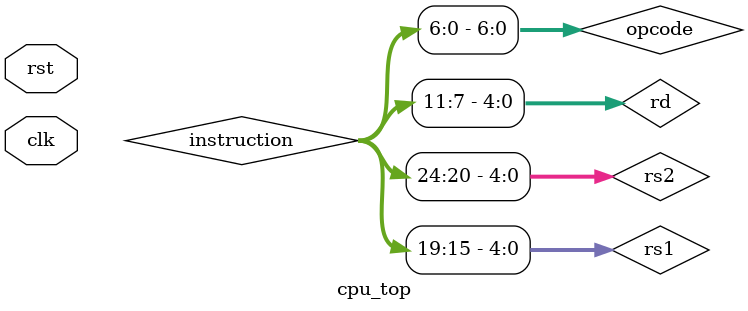
<source format=v>
`timescale 1ns/1ps
module cpu_top (
    input clk,
    input rst
);

    wire [31:0] instruction;
    wire [7:0]  pc;
    reg [7:0]  next_pc;
    wire [7:0]  pc_plus_4;
    wire [7:0]  pc_plus_imm;
    wire [6:0] opcode;
    wire [2:0] funct3;
    wire [6:0] funct7;
    wire [4:0] rs1;
    wire [4:0] rs2;
    wire [4:0] rd;
    wire [3:0] alu_control;
    wire RegWrite;
    wire [2:0] immediate_type;
    wire [1:0] pc_type;
    wire alu_src2;
    wire alu_src1;
    wire [31:0] alu_in1;
    wire [1:0] writeBack_type;
    wire MemRead;
    wire MemWrite;
    wire [31:0] src1;
    wire [31:0] src2;
    wire [31:0] immediate_value;
    wire [31:0] alu_ans;
    wire zero;
    wire [31:0] alu_in2;
    wire [31:0] address;
    wire [31:0] writeData;
    wire [31:0] readData;
    wire branch;
    wire [2:0]branch_type;
    reg  [31:0] writeBackData;
    reg [31:0] loadData;
    reg take; // if branch is tobe taken in b type 
    assign opcode = instruction[6:0];
    assign rd     = instruction[11:7];
    assign funct3 = instruction[14:12];
    assign rs1    = instruction[19:15];
    assign rs2    = instruction[24:20];
    assign funct7 = instruction[31:25];
    assign pc_plus_4   = pc + 8'd4;
    assign pc_plus_imm = pc + immediate_value[7:0];
parameter beq= 3'b000, bne =3'b001, blt=3'b010,  bge= 3'b011, bltu= 3'b100, bgeu=3'b101;


always @(*) begin
    take = 1'b0; 
    case (pc_type)
        2'b00: begin
            next_pc = pc_plus_4;
        end
            2'b01: begin
            if (branch) begin
                case(branch_type)
                    3'b000: take= zero;     // beq
                    3'b001: take= ~zero;    // bne
                    3'b010: take=(alu_ans == 1);  // blt
                    3'b011: take=(alu_ans == 0);// bge
                    3'b100: take=(alu_ans == 1); //  bltu
                    3'b101: take=(alu_ans == 0); //  bgeu
                    default: take =1'b0;
                endcase

                if (take)
                    next_pc =pc_plus_imm;
                else
                    next_pc =pc_plus_4;

            end else begin
                // jal
                next_pc = pc_plus_imm;
            end
        end

        2'b10: begin// jalr
            next_pc = alu_ans & 8'hFE;   // clear LSB
        end

        default: begin
            next_pc = pc_plus_4;
        end

    endcase
end




    assign alu_in2 = (alu_src2) ? immediate_value : src2;
    assign alu_in1 = (alu_src1) ? {24'b0, pc} : src1;
    always @(*) begin
        case (writeBack_type)
            2'b00: writeBackData = alu_ans;
            2'b01: writeBackData = loadData;
            2'b10: writeBackData = pc_plus_4;
            2'b11: writeBackData = immediate_value;
            default: writeBackData = 32'b0;
        endcase
    end

always @(*) begin
    case(funct3)
         3'b000: begin // lb
            case(address[1:0])
                2'b00: loadData={{24{readData[7]}}, readData[7:0]};
                2'b01: loadData ={{24{readData[15]}}, readData[15:8]};
                2'b10: loadData={{24{readData[23]}}, readData[23:16]};
                2'b11: loadData={{24{readData[31]}}, readData[31:24]};
            endcase
        end

        3'b100: begin // lbu
            case(address[1:0])
                2'b00: loadData = {24'b0, readData[7:0]};
                2'b01: loadData = {24'b0, readData[15:8]};
                2'b10: loadData = {24'b0, readData[23:16]};
                2'b11: loadData = {24'b0, readData[31:24]};
            endcase
        end

        3'b001: begin // lh
            if(address[1] == 1'b0)
                loadData = {{16{readData[15]}}, readData[15:0]};
            else
                loadData = {{16{readData[31]}}, readData[31:16]};
        end

        3'b101: begin // lhu
            if(address[1] == 1'b0)
                loadData = {16'b0, readData[15:0]};
            else
                loadData = {16'b0, readData[31:16]};
        end

        default: loadData = readData; // lw
    endcase
end





    assign address = alu_ans;
    assign writeData = src2;

    pc pc_inst(
        .clk (clk),
        .rst (rst),
        .next_pc (next_pc),
        .pc(pc)
    );

    instruction_memory instr_mem(
        .pc (pc),
        .instruction(instruction)
    );

    control_unit control_inst(
        .opcode(opcode),
        .funct3(funct3),
        .funct7(funct7),
        .alu_control(alu_control),
        .RegWrite(RegWrite),
        .immediate_type (immediate_type),
        .pc_type(pc_type),
        .alu_src2 (alu_src2),
        .alu_src1(alu_src1),
        .writeBack_type (writeBack_type),
        .MemRead(MemRead),
        .MemWrite(MemWrite),
        .branch(branch),
        .branch_type(branch_type)
    );
    regfile regfile_inst(
        .clk(clk),
        .RegWrite(RegWrite),
        .rs1(rs1),
        .rs2(rs2),
        .rd(rd),
        .writeBackData(writeBackData),
        .src1(src1),
        .src2(src2)
    );

    imm_generator imm_gen(
        .immediate_type(immediate_type),
        .instruction(instruction),
        .immediate_value(immediate_value)
    );

    alu alu_inst(
        .alu_control(alu_control),
        .src1(alu_in1),
        .src2(alu_in2),
        .alu_ans(alu_ans),
        .zero(zero)
    );

    data_memory data_mem(
        .clk(clk),
        .MemRead (MemRead),
        .MemWrite (MemWrite),
        .address(address),
        .writeData(writeData),
        .readData(readData),
        .funct3(funct3)
    );

endmodule

</source>
